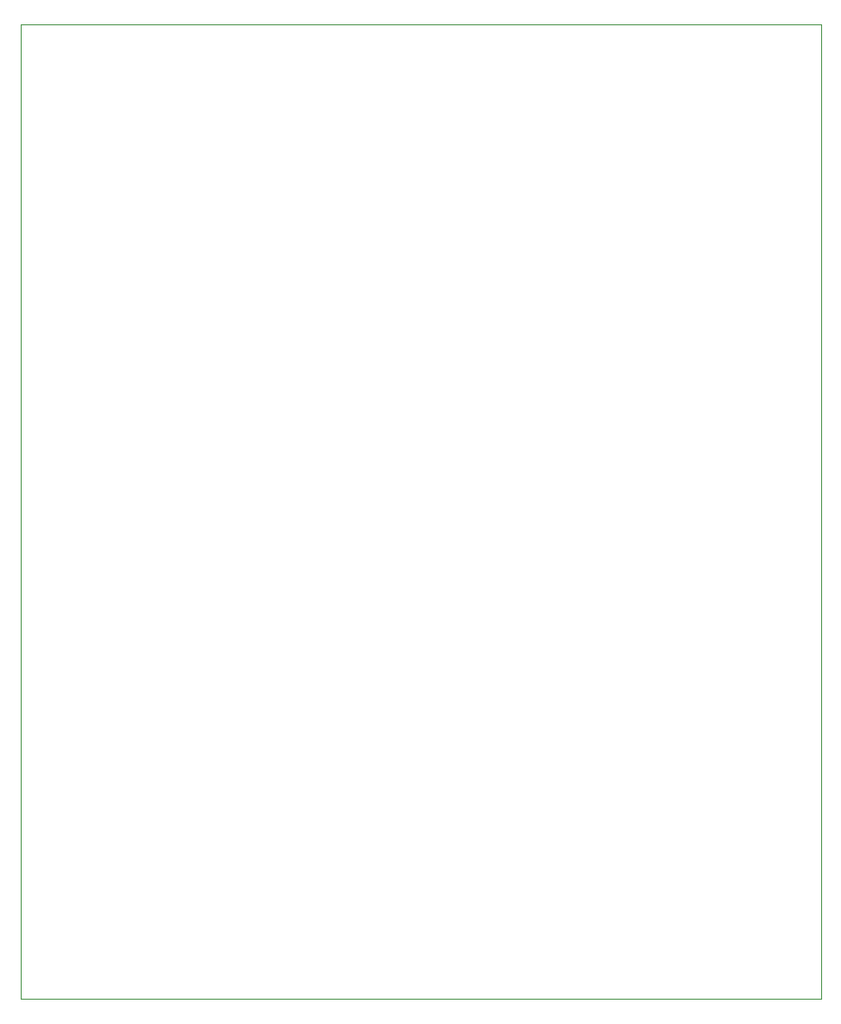
<source format=gbr>
G04 #@! TF.GenerationSoftware,KiCad,Pcbnew,(5.1.2)-2*
G04 #@! TF.CreationDate,2019-08-09T03:15:36+05:30*
G04 #@! TF.ProjectId,renesas-prog,72656e65-7361-4732-9d70-726f672e6b69,rev?*
G04 #@! TF.SameCoordinates,Original*
G04 #@! TF.FileFunction,Profile,NP*
%FSLAX46Y46*%
G04 Gerber Fmt 4.6, Leading zero omitted, Abs format (unit mm)*
G04 Created by KiCad (PCBNEW (5.1.2)-2) date 2019-08-09 03:15:36*
%MOMM*%
%LPD*%
G04 APERTURE LIST*
%ADD10C,0.050000*%
%ADD11C,0.120000*%
G04 APERTURE END LIST*
D10*
X87376000Y-141224000D02*
X87376000Y-49784000D01*
D11*
X162560000Y-141224000D02*
X162560000Y-49784000D01*
D10*
X87376000Y-49784000D02*
X162560000Y-49784000D01*
X87376000Y-141224000D02*
X162560000Y-141224000D01*
M02*

</source>
